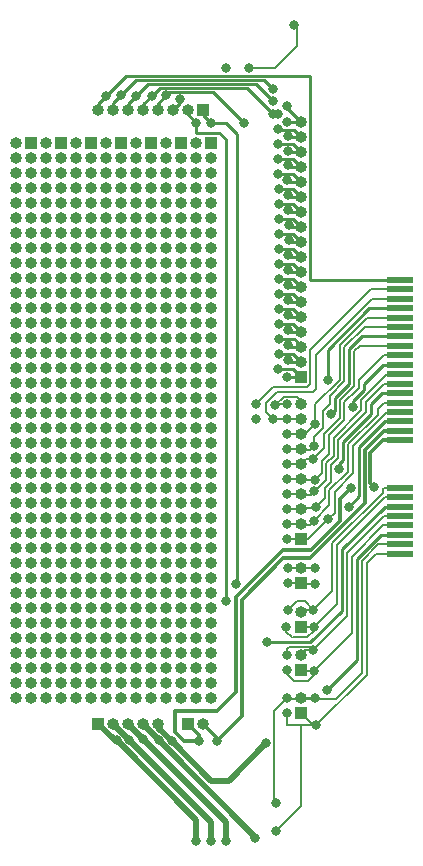
<source format=gtl>
%TF.GenerationSoftware,KiCad,Pcbnew,8.0.4*%
%TF.CreationDate,2025-01-28T00:25:02+01:00*%
%TF.ProjectId,uconsole-expansion-card-template,75636f6e-736f-46c6-952d-657870616e73,0.1*%
%TF.SameCoordinates,Original*%
%TF.FileFunction,Copper,L1,Top*%
%TF.FilePolarity,Positive*%
%FSLAX46Y46*%
G04 Gerber Fmt 4.6, Leading zero omitted, Abs format (unit mm)*
G04 Created by KiCad (PCBNEW 8.0.4) date 2025-01-28 00:25:02*
%MOMM*%
%LPD*%
G01*
G04 APERTURE LIST*
%TA.AperFunction,ComponentPad*%
%ADD10R,1.000000X1.000000*%
%TD*%
%TA.AperFunction,ComponentPad*%
%ADD11O,1.000000X1.000000*%
%TD*%
%TA.AperFunction,ConnectorPad*%
%ADD12R,2.300000X0.600000*%
%TD*%
%TA.AperFunction,ViaPad*%
%ADD13C,0.800000*%
%TD*%
%TA.AperFunction,Conductor*%
%ADD14C,0.200000*%
%TD*%
%TA.AperFunction,Conductor*%
%ADD15C,0.300000*%
%TD*%
%TA.AperFunction,Conductor*%
%ADD16C,0.250000*%
%TD*%
%TA.AperFunction,Conductor*%
%ADD17C,0.500000*%
%TD*%
G04 APERTURE END LIST*
D10*
%TO.P,GROUND1,1,Pin_1*%
%TO.N,GND*%
X99827200Y-74207000D03*
D11*
%TO.P,GROUND1,2,Pin_2*%
X98557200Y-74207000D03*
%TO.P,GROUND1,3,Pin_3*%
X97287200Y-74207000D03*
%TO.P,GROUND1,4,Pin_4*%
X96017200Y-74207000D03*
%TO.P,GROUND1,5,Pin_5*%
X94747200Y-74207000D03*
%TO.P,GROUND1,6,Pin_6*%
X93477200Y-74207000D03*
%TO.P,GROUND1,7,Pin_7*%
X92207200Y-74207000D03*
%TO.P,GROUND1,8,Pin_8*%
X90937200Y-74207000D03*
%TD*%
D10*
%TO.P,5V1,1,Pin_1*%
%TO.N,+5V*%
X90957600Y-126212800D03*
D11*
%TO.P,5V1,2,Pin_2*%
X92227600Y-126212800D03*
%TO.P,5V1,3,Pin_3*%
X93497600Y-126212800D03*
%TO.P,5V1,4,Pin_4*%
X94767600Y-126212800D03*
%TO.P,5V1,5,Pin_5*%
X96037600Y-126212800D03*
%TD*%
D10*
%TO.P,3V1,1,Pin_1*%
%TO.N,+3V3*%
X98577600Y-126212800D03*
D11*
%TO.P,3V1,2,Pin_2*%
X99847600Y-126212800D03*
%TD*%
D10*
%TO.P,CAM1,1,Pin_1*%
%TO.N,/CAM1_DP3*%
X108077200Y-110566400D03*
D11*
%TO.P,CAM1,2,Pin_2*%
%TO.N,/CAM1_DN3*%
X108077200Y-109296400D03*
%TO.P,CAM1,3,Pin_3*%
%TO.N,/CAM1_DP2*%
X108077200Y-108026400D03*
%TO.P,CAM1,4,Pin_4*%
%TO.N,/CAM1_DN2*%
X108077200Y-106756400D03*
%TO.P,CAM1,5,Pin_5*%
%TO.N,/CAM1_CP*%
X108077200Y-105486400D03*
%TO.P,CAM1,6,Pin_6*%
%TO.N,/CAM1_CN*%
X108077200Y-104216400D03*
%TO.P,CAM1,7,Pin_7*%
%TO.N,/CAM1_DP1*%
X108077200Y-102946400D03*
%TO.P,CAM1,8,Pin_8*%
%TO.N,/CAM1_DN1*%
X108077200Y-101676400D03*
%TO.P,CAM1,9,Pin_9*%
%TO.N,/CAM1_DP0*%
X108077200Y-100406400D03*
%TO.P,CAM1,10,Pin_10*%
%TO.N,/CAM1_DN0*%
X108077200Y-99136400D03*
%TD*%
D10*
%TO.P,GPIO1,1,Pin_1*%
%TO.N,/GPIO28*%
X108077200Y-96774200D03*
D11*
%TO.P,GPIO1,2,Pin_2*%
%TO.N,/GPIO29*%
X108077200Y-95504200D03*
%TO.P,GPIO1,3,Pin_3*%
%TO.N,/GPIO30*%
X108077200Y-94234200D03*
%TO.P,GPIO1,4,Pin_4*%
%TO.N,/GPIO31*%
X108077200Y-92964200D03*
%TO.P,GPIO1,5,Pin_5*%
%TO.N,/GPIO32*%
X108077200Y-91694200D03*
%TO.P,GPIO1,6,Pin_6*%
%TO.N,/GPIO33*%
X108077200Y-90424200D03*
%TO.P,GPIO1,7,Pin_7*%
%TO.N,/GPIO34*%
X108077200Y-89154200D03*
%TO.P,GPIO1,8,Pin_8*%
%TO.N,/GPIO35*%
X108077200Y-87884200D03*
%TO.P,GPIO1,9,Pin_9*%
%TO.N,/GPIO36*%
X108077200Y-86614200D03*
%TO.P,GPIO1,10,Pin_10*%
%TO.N,/GPIO37*%
X108077200Y-85344200D03*
%TO.P,GPIO1,11,Pin_11*%
%TO.N,/GPIO38*%
X108077200Y-84074200D03*
%TO.P,GPIO1,12,Pin_12*%
%TO.N,/GPIO39*%
X108077200Y-82804200D03*
%TO.P,GPIO1,13,Pin_13*%
%TO.N,/GPIO40*%
X108077200Y-81534200D03*
%TO.P,GPIO1,14,Pin_14*%
%TO.N,/GPIO41*%
X108077200Y-80264200D03*
%TO.P,GPIO1,15,Pin_15*%
%TO.N,/GPIO42*%
X108077200Y-78994200D03*
%TO.P,GPIO1,16,Pin_16*%
%TO.N,/GPIO43*%
X108077200Y-77724200D03*
%TO.P,GPIO1,17,Pin_17*%
%TO.N,/GPIO44*%
X108077200Y-76454200D03*
%TO.P,GPIO1,18,Pin_18*%
%TO.N,/GPIO45*%
X108077200Y-75184200D03*
%TD*%
D10*
%TO.P,SPK_L1,1,Pin_1*%
%TO.N,/SPEAKER_LP*%
X108089200Y-125288000D03*
D11*
%TO.P,SPK_L1,2,Pin_2*%
%TO.N,/SPEAKER_LN*%
X108089200Y-124018000D03*
%TD*%
D12*
%TO.P,U1,51,GND*%
%TO.N,GND*%
X116485000Y-88580000D03*
%TO.P,U1,49,CAM1_DN0*%
%TO.N,/CAM1_DN0*%
X116485000Y-89380000D03*
%TO.P,U1,47,CAM1_DP0*%
%TO.N,/CAM1_DP0*%
X116485000Y-90180000D03*
%TO.P,U1,45,GND*%
%TO.N,GND*%
X116485000Y-90980000D03*
%TO.P,U1,43,CAM1_DN1*%
%TO.N,/CAM1_DN1*%
X116485000Y-91780000D03*
%TO.P,U1,41,CAM1_DP1*%
%TO.N,/CAM1_DP1*%
X116485000Y-92580000D03*
%TO.P,U1,39,GND*%
%TO.N,GND*%
X116485000Y-93380000D03*
%TO.P,U1,37,CAM1_CN*%
%TO.N,/CAM1_CN*%
X116485000Y-94180000D03*
%TO.P,U1,35,CAM1_CP*%
%TO.N,/CAM1_CP*%
X116485000Y-94980000D03*
%TO.P,U1,33,GND*%
%TO.N,GND*%
X116485000Y-95780000D03*
%TO.P,U1,31,CAM1_DN2*%
%TO.N,/CAM1_DN2*%
X116485000Y-96580000D03*
%TO.P,U1,29,CAM1_DP2*%
%TO.N,/CAM1_DP2*%
X116485000Y-97380000D03*
%TO.P,U1,27,GND*%
%TO.N,GND*%
X116485000Y-98180000D03*
%TO.P,U1,25,CAM1_DN3*%
%TO.N,/CAM1_DN3*%
X116485000Y-98980000D03*
%TO.P,U1,23,CAM1_DP3*%
%TO.N,/CAM1_DP3*%
X116485000Y-99780000D03*
%TO.P,U1,21,GND*%
%TO.N,GND*%
X116485000Y-100580000D03*
%TO.P,U1,19,3V3*%
%TO.N,+3V3*%
X116485000Y-101380000D03*
%TO.P,U1,17,3V3*%
X116485000Y-102180000D03*
%TO.P,U1,15,USB4_DM*%
%TO.N,/USB4_D-*%
X116485000Y-106180000D03*
%TO.P,U1,13,USB4_DP*%
%TO.N,/USB4_D+*%
X116485000Y-106980000D03*
%TO.P,U1,11,GND*%
%TO.N,GND*%
X116485000Y-107780000D03*
%TO.P,U1,9,USB3_DM*%
%TO.N,/USB3_D-*%
X116485000Y-108580000D03*
%TO.P,U1,7,USB3_DP*%
%TO.N,/USB3_D+*%
X116485000Y-109380000D03*
%TO.P,U1,5,GND*%
%TO.N,GND*%
X116485000Y-110180000D03*
%TO.P,U1,3,SPK_LN*%
%TO.N,/SPEAKER_LN*%
X116485000Y-110980000D03*
%TO.P,U1,1,SPK_LP*%
%TO.N,/SPEAKER_LP*%
X116485000Y-111780000D03*
%TD*%
D10*
%TO.P,SPK_R1,1,Pin_1*%
%TO.N,/SPEAKER_RP*%
X108089200Y-114289800D03*
D11*
%TO.P,SPK_R1,2,Pin_2*%
%TO.N,/SPEAKER_RN*%
X108089200Y-113019800D03*
%TD*%
D10*
%TO.P,USB4,1,Pin_1*%
%TO.N,/USB4_D+*%
X108089200Y-117947400D03*
D11*
%TO.P,USB4,2,Pin_2*%
%TO.N,/USB4_D-*%
X108089200Y-116677400D03*
%TD*%
D10*
%TO.P,13,1*%
%TO.N,N/C*%
X100482600Y-76962200D03*
D11*
%TO.P,13,2*%
X99212600Y-76962200D03*
%TO.P,13,3*%
X100482600Y-78232200D03*
%TO.P,13,4*%
X99212600Y-78232200D03*
%TO.P,13,5*%
X100482600Y-79502200D03*
%TO.P,13,6*%
X99212600Y-79502200D03*
%TO.P,13,7*%
X100482600Y-80772200D03*
%TO.P,13,8*%
X99212600Y-80772200D03*
%TO.P,13,9*%
X100482600Y-82042200D03*
%TO.P,13,10*%
X99212600Y-82042200D03*
%TO.P,13,11*%
X100482600Y-83312200D03*
%TO.P,13,12*%
X99212600Y-83312200D03*
%TO.P,13,13*%
X100482600Y-84582200D03*
%TO.P,13,14*%
X99212600Y-84582200D03*
%TO.P,13,15*%
X100482600Y-85852200D03*
%TO.P,13,16*%
X99212600Y-85852200D03*
%TO.P,13,17*%
X100482600Y-87122200D03*
%TO.P,13,18*%
X99212600Y-87122200D03*
%TO.P,13,19*%
X100482600Y-88392200D03*
%TO.P,13,20*%
X99212600Y-88392200D03*
%TO.P,13,21*%
X100482600Y-89662200D03*
%TO.P,13,22*%
X99212600Y-89662200D03*
%TO.P,13,23*%
X100482600Y-90932200D03*
%TO.P,13,24*%
X99212600Y-90932200D03*
%TO.P,13,25*%
X100482600Y-92202200D03*
%TO.P,13,26*%
X99212600Y-92202200D03*
%TO.P,13,27*%
X100482600Y-93472200D03*
%TO.P,13,28*%
X99212600Y-93472200D03*
%TO.P,13,29*%
X100482600Y-94742200D03*
%TO.P,13,30*%
X99212600Y-94742200D03*
%TO.P,13,31*%
X100482600Y-96012200D03*
%TO.P,13,32*%
X99212600Y-96012200D03*
%TO.P,13,33*%
X100482600Y-97282200D03*
%TO.P,13,34*%
X99212600Y-97282200D03*
%TO.P,13,35*%
X100482600Y-98552200D03*
%TO.P,13,36*%
X99212600Y-98552200D03*
%TO.P,13,37*%
X100482600Y-99822200D03*
%TO.P,13,38*%
X99212600Y-99822200D03*
%TO.P,13,39*%
X100482600Y-101092200D03*
%TO.P,13,40*%
X99212600Y-101092200D03*
%TO.P,13,41*%
X100482600Y-102362200D03*
%TO.P,13,42*%
X99212600Y-102362200D03*
%TO.P,13,43*%
X100482600Y-103632200D03*
%TO.P,13,44*%
X99212600Y-103632200D03*
%TO.P,13,45*%
X100482600Y-104902200D03*
%TO.P,13,46*%
X99212600Y-104902200D03*
%TO.P,13,47*%
X100482600Y-106172200D03*
%TO.P,13,48*%
X99212600Y-106172200D03*
%TO.P,13,49*%
X100482600Y-107442200D03*
%TO.P,13,50*%
X99212600Y-107442200D03*
%TO.P,13,51*%
X100482600Y-108712200D03*
%TO.P,13,52*%
X99212600Y-108712200D03*
%TO.P,13,53*%
X100482600Y-109982200D03*
%TO.P,13,54*%
X99212600Y-109982200D03*
%TO.P,13,55*%
X100482600Y-111252200D03*
%TO.P,13,56*%
X99212600Y-111252200D03*
%TO.P,13,57*%
X100482600Y-112522200D03*
%TO.P,13,58*%
X99212600Y-112522200D03*
%TO.P,13,59*%
X100482600Y-113792200D03*
%TO.P,13,60*%
X99212600Y-113792200D03*
%TO.P,13,61*%
X100482600Y-115062200D03*
%TO.P,13,62*%
X99212600Y-115062200D03*
%TO.P,13,63*%
X100482600Y-116332200D03*
%TO.P,13,64*%
X99212600Y-116332200D03*
%TO.P,13,65*%
X100482600Y-117602200D03*
%TO.P,13,66*%
X99212600Y-117602200D03*
%TO.P,13,67*%
X100482600Y-118872200D03*
%TO.P,13,68*%
X99212600Y-118872200D03*
%TO.P,13,69*%
X100482600Y-120142200D03*
%TO.P,13,70*%
X99212600Y-120142200D03*
%TO.P,13,71*%
X100482600Y-121412200D03*
%TO.P,13,72*%
X99212600Y-121412200D03*
%TO.P,13,73*%
X100482600Y-122682200D03*
%TO.P,13,74*%
X99212600Y-122682200D03*
%TO.P,13,75*%
X100482600Y-123952200D03*
%TO.P,13,76*%
X99212600Y-123952200D03*
%TD*%
D10*
%TO.P,7,1*%
%TO.N,N/C*%
X92862600Y-76977200D03*
D11*
%TO.P,7,2*%
X91592600Y-76977200D03*
%TO.P,7,3*%
X92862600Y-78247200D03*
%TO.P,7,4*%
X91592600Y-78247200D03*
%TO.P,7,5*%
X92862600Y-79517200D03*
%TO.P,7,6*%
X91592600Y-79517200D03*
%TO.P,7,7*%
X92862600Y-80787200D03*
%TO.P,7,8*%
X91592600Y-80787200D03*
%TO.P,7,9*%
X92862600Y-82057200D03*
%TO.P,7,10*%
X91592600Y-82057200D03*
%TO.P,7,11*%
X92862600Y-83327200D03*
%TO.P,7,12*%
X91592600Y-83327200D03*
%TO.P,7,13*%
X92862600Y-84597200D03*
%TO.P,7,14*%
X91592600Y-84597200D03*
%TO.P,7,15*%
X92862600Y-85867200D03*
%TO.P,7,16*%
X91592600Y-85867200D03*
%TO.P,7,17*%
X92862600Y-87137200D03*
%TO.P,7,18*%
X91592600Y-87137200D03*
%TO.P,7,19*%
X92862600Y-88407200D03*
%TO.P,7,20*%
X91592600Y-88407200D03*
%TO.P,7,21*%
X92862600Y-89677200D03*
%TO.P,7,22*%
X91592600Y-89677200D03*
%TO.P,7,23*%
X92862600Y-90947200D03*
%TO.P,7,24*%
X91592600Y-90947200D03*
%TO.P,7,25*%
X92862600Y-92217200D03*
%TO.P,7,26*%
X91592600Y-92217200D03*
%TO.P,7,27*%
X92862600Y-93487200D03*
%TO.P,7,28*%
X91592600Y-93487200D03*
%TO.P,7,29*%
X92862600Y-94757200D03*
%TO.P,7,30*%
X91592600Y-94757200D03*
%TO.P,7,31*%
X92862600Y-96027200D03*
%TO.P,7,32*%
X91592600Y-96027200D03*
%TO.P,7,33*%
X92862600Y-97297200D03*
%TO.P,7,34*%
X91592600Y-97297200D03*
%TO.P,7,35*%
X92862600Y-98567200D03*
%TO.P,7,36*%
X91592600Y-98567200D03*
%TO.P,7,37*%
X92862600Y-99837200D03*
%TO.P,7,38*%
X91592600Y-99837200D03*
%TO.P,7,39*%
X92862600Y-101107200D03*
%TO.P,7,40*%
X91592600Y-101107200D03*
%TO.P,7,41*%
X92862600Y-102377200D03*
%TO.P,7,42*%
X91592600Y-102377200D03*
%TO.P,7,43*%
X92862600Y-103647200D03*
%TO.P,7,44*%
X91592600Y-103647200D03*
%TO.P,7,45*%
X92862600Y-104917200D03*
%TO.P,7,46*%
X91592600Y-104917200D03*
%TO.P,7,47*%
X92862600Y-106187200D03*
%TO.P,7,48*%
X91592600Y-106187200D03*
%TO.P,7,49*%
X92862600Y-107457200D03*
%TO.P,7,50*%
X91592600Y-107457200D03*
%TO.P,7,51*%
X92862600Y-108727200D03*
%TO.P,7,52*%
X91592600Y-108727200D03*
%TO.P,7,53*%
X92862600Y-109997200D03*
%TO.P,7,54*%
X91592600Y-109997200D03*
%TO.P,7,55*%
X92862600Y-111267200D03*
%TO.P,7,56*%
X91592600Y-111267200D03*
%TO.P,7,57*%
X92862600Y-112537200D03*
%TO.P,7,58*%
X91592600Y-112537200D03*
%TO.P,7,59*%
X92862600Y-113807200D03*
%TO.P,7,60*%
X91592600Y-113807200D03*
%TO.P,7,61*%
X92862600Y-115077200D03*
%TO.P,7,62*%
X91592600Y-115077200D03*
%TO.P,7,63*%
X92862600Y-116347200D03*
%TO.P,7,64*%
X91592600Y-116347200D03*
%TO.P,7,65*%
X92862600Y-117617200D03*
%TO.P,7,66*%
X91592600Y-117617200D03*
%TO.P,7,67*%
X92862600Y-118887200D03*
%TO.P,7,68*%
X91592600Y-118887200D03*
%TO.P,7,69*%
X92862600Y-120157200D03*
%TO.P,7,70*%
X91592600Y-120157200D03*
%TO.P,7,71*%
X92862600Y-121427200D03*
%TO.P,7,72*%
X91592600Y-121427200D03*
%TO.P,7,73*%
X92862600Y-122697200D03*
%TO.P,7,74*%
X91592600Y-122697200D03*
%TO.P,7,75*%
X92862600Y-123967200D03*
%TO.P,7,76*%
X91592600Y-123967200D03*
%TD*%
D10*
%TO.P,3,1*%
%TO.N,N/C*%
X87782600Y-76962200D03*
D11*
%TO.P,3,2*%
X86512600Y-76962200D03*
%TO.P,3,3*%
X87782600Y-78232200D03*
%TO.P,3,4*%
X86512600Y-78232200D03*
%TO.P,3,5*%
X87782600Y-79502200D03*
%TO.P,3,6*%
X86512600Y-79502200D03*
%TO.P,3,7*%
X87782600Y-80772200D03*
%TO.P,3,8*%
X86512600Y-80772200D03*
%TO.P,3,9*%
X87782600Y-82042200D03*
%TO.P,3,10*%
X86512600Y-82042200D03*
%TO.P,3,11*%
X87782600Y-83312200D03*
%TO.P,3,12*%
X86512600Y-83312200D03*
%TO.P,3,13*%
X87782600Y-84582200D03*
%TO.P,3,14*%
X86512600Y-84582200D03*
%TO.P,3,15*%
X87782600Y-85852200D03*
%TO.P,3,16*%
X86512600Y-85852200D03*
%TO.P,3,17*%
X87782600Y-87122200D03*
%TO.P,3,18*%
X86512600Y-87122200D03*
%TO.P,3,19*%
X87782600Y-88392200D03*
%TO.P,3,20*%
X86512600Y-88392200D03*
%TO.P,3,21*%
X87782600Y-89662200D03*
%TO.P,3,22*%
X86512600Y-89662200D03*
%TO.P,3,23*%
X87782600Y-90932200D03*
%TO.P,3,24*%
X86512600Y-90932200D03*
%TO.P,3,25*%
X87782600Y-92202200D03*
%TO.P,3,26*%
X86512600Y-92202200D03*
%TO.P,3,27*%
X87782600Y-93472200D03*
%TO.P,3,28*%
X86512600Y-93472200D03*
%TO.P,3,29*%
X87782600Y-94742200D03*
%TO.P,3,30*%
X86512600Y-94742200D03*
%TO.P,3,31*%
X87782600Y-96012200D03*
%TO.P,3,32*%
X86512600Y-96012200D03*
%TO.P,3,33*%
X87782600Y-97282200D03*
%TO.P,3,34*%
X86512600Y-97282200D03*
%TO.P,3,35*%
X87782600Y-98552200D03*
%TO.P,3,36*%
X86512600Y-98552200D03*
%TO.P,3,37*%
X87782600Y-99822200D03*
%TO.P,3,38*%
X86512600Y-99822200D03*
%TO.P,3,39*%
X87782600Y-101092200D03*
%TO.P,3,40*%
X86512600Y-101092200D03*
%TO.P,3,41*%
X87782600Y-102362200D03*
%TO.P,3,42*%
X86512600Y-102362200D03*
%TO.P,3,43*%
X87782600Y-103632200D03*
%TO.P,3,44*%
X86512600Y-103632200D03*
%TO.P,3,45*%
X87782600Y-104902200D03*
%TO.P,3,46*%
X86512600Y-104902200D03*
%TO.P,3,47*%
X87782600Y-106172200D03*
%TO.P,3,48*%
X86512600Y-106172200D03*
%TO.P,3,49*%
X87782600Y-107442200D03*
%TO.P,3,50*%
X86512600Y-107442200D03*
%TO.P,3,51*%
X87782600Y-108712200D03*
%TO.P,3,52*%
X86512600Y-108712200D03*
%TO.P,3,53*%
X87782600Y-109982200D03*
%TO.P,3,54*%
X86512600Y-109982200D03*
%TO.P,3,55*%
X87782600Y-111252200D03*
%TO.P,3,56*%
X86512600Y-111252200D03*
%TO.P,3,57*%
X87782600Y-112522200D03*
%TO.P,3,58*%
X86512600Y-112522200D03*
%TO.P,3,59*%
X87782600Y-113792200D03*
%TO.P,3,60*%
X86512600Y-113792200D03*
%TO.P,3,61*%
X87782600Y-115062200D03*
%TO.P,3,62*%
X86512600Y-115062200D03*
%TO.P,3,63*%
X87782600Y-116332200D03*
%TO.P,3,64*%
X86512600Y-116332200D03*
%TO.P,3,65*%
X87782600Y-117602200D03*
%TO.P,3,66*%
X86512600Y-117602200D03*
%TO.P,3,67*%
X87782600Y-118872200D03*
%TO.P,3,68*%
X86512600Y-118872200D03*
%TO.P,3,69*%
X87782600Y-120142200D03*
%TO.P,3,70*%
X86512600Y-120142200D03*
%TO.P,3,71*%
X87782600Y-121412200D03*
%TO.P,3,72*%
X86512600Y-121412200D03*
%TO.P,3,73*%
X87782600Y-122682200D03*
%TO.P,3,74*%
X86512600Y-122682200D03*
%TO.P,3,75*%
X87782600Y-123952200D03*
%TO.P,3,76*%
X86512600Y-123952200D03*
%TD*%
D10*
%TO.P,1,1*%
%TO.N,N/C*%
X85252600Y-76977200D03*
D11*
%TO.P,1,2*%
X83982600Y-76977200D03*
%TO.P,1,3*%
X85252600Y-78247200D03*
%TO.P,1,4*%
X83982600Y-78247200D03*
%TO.P,1,5*%
X85252600Y-79517200D03*
%TO.P,1,6*%
X83982600Y-79517200D03*
%TO.P,1,7*%
X85252600Y-80787200D03*
%TO.P,1,8*%
X83982600Y-80787200D03*
%TO.P,1,9*%
X85252600Y-82057200D03*
%TO.P,1,10*%
X83982600Y-82057200D03*
%TO.P,1,11*%
X85252600Y-83327200D03*
%TO.P,1,12*%
X83982600Y-83327200D03*
%TO.P,1,13*%
X85252600Y-84597200D03*
%TO.P,1,14*%
X83982600Y-84597200D03*
%TO.P,1,15*%
X85252600Y-85867200D03*
%TO.P,1,16*%
X83982600Y-85867200D03*
%TO.P,1,17*%
X85252600Y-87137200D03*
%TO.P,1,18*%
X83982600Y-87137200D03*
%TO.P,1,19*%
X85252600Y-88407200D03*
%TO.P,1,20*%
X83982600Y-88407200D03*
%TO.P,1,21*%
X85252600Y-89677200D03*
%TO.P,1,22*%
X83982600Y-89677200D03*
%TO.P,1,23*%
X85252600Y-90947200D03*
%TO.P,1,24*%
X83982600Y-90947200D03*
%TO.P,1,25*%
X85252600Y-92217200D03*
%TO.P,1,26*%
X83982600Y-92217200D03*
%TO.P,1,27*%
X85252600Y-93487200D03*
%TO.P,1,28*%
X83982600Y-93487200D03*
%TO.P,1,29*%
X85252600Y-94757200D03*
%TO.P,1,30*%
X83982600Y-94757200D03*
%TO.P,1,31*%
X85252600Y-96027200D03*
%TO.P,1,32*%
X83982600Y-96027200D03*
%TO.P,1,33*%
X85252600Y-97297200D03*
%TO.P,1,34*%
X83982600Y-97297200D03*
%TO.P,1,35*%
X85252600Y-98567200D03*
%TO.P,1,36*%
X83982600Y-98567200D03*
%TO.P,1,37*%
X85252600Y-99837200D03*
%TO.P,1,38*%
X83982600Y-99837200D03*
%TO.P,1,39*%
X85252600Y-101107200D03*
%TO.P,1,40*%
X83982600Y-101107200D03*
%TO.P,1,41*%
X85252600Y-102377200D03*
%TO.P,1,42*%
X83982600Y-102377200D03*
%TO.P,1,43*%
X85252600Y-103647200D03*
%TO.P,1,44*%
X83982600Y-103647200D03*
%TO.P,1,45*%
X85252600Y-104917200D03*
%TO.P,1,46*%
X83982600Y-104917200D03*
%TO.P,1,47*%
X85252600Y-106187200D03*
%TO.P,1,48*%
X83982600Y-106187200D03*
%TO.P,1,49*%
X85252600Y-107457200D03*
%TO.P,1,50*%
X83982600Y-107457200D03*
%TO.P,1,51*%
X85252600Y-108727200D03*
%TO.P,1,52*%
X83982600Y-108727200D03*
%TO.P,1,53*%
X85252600Y-109997200D03*
%TO.P,1,54*%
X83982600Y-109997200D03*
%TO.P,1,55*%
X85252600Y-111267200D03*
%TO.P,1,56*%
X83982600Y-111267200D03*
%TO.P,1,57*%
X85252600Y-112537200D03*
%TO.P,1,58*%
X83982600Y-112537200D03*
%TO.P,1,59*%
X85252600Y-113807200D03*
%TO.P,1,60*%
X83982600Y-113807200D03*
%TO.P,1,61*%
X85252600Y-115077200D03*
%TO.P,1,62*%
X83982600Y-115077200D03*
%TO.P,1,63*%
X85252600Y-116347200D03*
%TO.P,1,64*%
X83982600Y-116347200D03*
%TO.P,1,65*%
X85252600Y-117617200D03*
%TO.P,1,66*%
X83982600Y-117617200D03*
%TO.P,1,67*%
X85252600Y-118887200D03*
%TO.P,1,68*%
X83982600Y-118887200D03*
%TO.P,1,69*%
X85252600Y-120157200D03*
%TO.P,1,70*%
X83982600Y-120157200D03*
%TO.P,1,71*%
X85252600Y-121427200D03*
%TO.P,1,72*%
X83982600Y-121427200D03*
%TO.P,1,73*%
X85252600Y-122697200D03*
%TO.P,1,74*%
X83982600Y-122697200D03*
%TO.P,1,75*%
X85252600Y-123967200D03*
%TO.P,1,76*%
X83982600Y-123967200D03*
%TD*%
D10*
%TO.P,5,1*%
%TO.N,N/C*%
X90322600Y-76962200D03*
D11*
%TO.P,5,2*%
X89052600Y-76962200D03*
%TO.P,5,3*%
X90322600Y-78232200D03*
%TO.P,5,4*%
X89052600Y-78232200D03*
%TO.P,5,5*%
X90322600Y-79502200D03*
%TO.P,5,6*%
X89052600Y-79502200D03*
%TO.P,5,7*%
X90322600Y-80772200D03*
%TO.P,5,8*%
X89052600Y-80772200D03*
%TO.P,5,9*%
X90322600Y-82042200D03*
%TO.P,5,10*%
X89052600Y-82042200D03*
%TO.P,5,11*%
X90322600Y-83312200D03*
%TO.P,5,12*%
X89052600Y-83312200D03*
%TO.P,5,13*%
X90322600Y-84582200D03*
%TO.P,5,14*%
X89052600Y-84582200D03*
%TO.P,5,15*%
X90322600Y-85852200D03*
%TO.P,5,16*%
X89052600Y-85852200D03*
%TO.P,5,17*%
X90322600Y-87122200D03*
%TO.P,5,18*%
X89052600Y-87122200D03*
%TO.P,5,19*%
X90322600Y-88392200D03*
%TO.P,5,20*%
X89052600Y-88392200D03*
%TO.P,5,21*%
X90322600Y-89662200D03*
%TO.P,5,22*%
X89052600Y-89662200D03*
%TO.P,5,23*%
X90322600Y-90932200D03*
%TO.P,5,24*%
X89052600Y-90932200D03*
%TO.P,5,25*%
X90322600Y-92202200D03*
%TO.P,5,26*%
X89052600Y-92202200D03*
%TO.P,5,27*%
X90322600Y-93472200D03*
%TO.P,5,28*%
X89052600Y-93472200D03*
%TO.P,5,29*%
X90322600Y-94742200D03*
%TO.P,5,30*%
X89052600Y-94742200D03*
%TO.P,5,31*%
X90322600Y-96012200D03*
%TO.P,5,32*%
X89052600Y-96012200D03*
%TO.P,5,33*%
X90322600Y-97282200D03*
%TO.P,5,34*%
X89052600Y-97282200D03*
%TO.P,5,35*%
X90322600Y-98552200D03*
%TO.P,5,36*%
X89052600Y-98552200D03*
%TO.P,5,37*%
X90322600Y-99822200D03*
%TO.P,5,38*%
X89052600Y-99822200D03*
%TO.P,5,39*%
X90322600Y-101092200D03*
%TO.P,5,40*%
X89052600Y-101092200D03*
%TO.P,5,41*%
X90322600Y-102362200D03*
%TO.P,5,42*%
X89052600Y-102362200D03*
%TO.P,5,43*%
X90322600Y-103632200D03*
%TO.P,5,44*%
X89052600Y-103632200D03*
%TO.P,5,45*%
X90322600Y-104902200D03*
%TO.P,5,46*%
X89052600Y-104902200D03*
%TO.P,5,47*%
X90322600Y-106172200D03*
%TO.P,5,48*%
X89052600Y-106172200D03*
%TO.P,5,49*%
X90322600Y-107442200D03*
%TO.P,5,50*%
X89052600Y-107442200D03*
%TO.P,5,51*%
X90322600Y-108712200D03*
%TO.P,5,52*%
X89052600Y-108712200D03*
%TO.P,5,53*%
X90322600Y-109982200D03*
%TO.P,5,54*%
X89052600Y-109982200D03*
%TO.P,5,55*%
X90322600Y-111252200D03*
%TO.P,5,56*%
X89052600Y-111252200D03*
%TO.P,5,57*%
X90322600Y-112522200D03*
%TO.P,5,58*%
X89052600Y-112522200D03*
%TO.P,5,59*%
X90322600Y-113792200D03*
%TO.P,5,60*%
X89052600Y-113792200D03*
%TO.P,5,61*%
X90322600Y-115062200D03*
%TO.P,5,62*%
X89052600Y-115062200D03*
%TO.P,5,63*%
X90322600Y-116332200D03*
%TO.P,5,64*%
X89052600Y-116332200D03*
%TO.P,5,65*%
X90322600Y-117602200D03*
%TO.P,5,66*%
X89052600Y-117602200D03*
%TO.P,5,67*%
X90322600Y-118872200D03*
%TO.P,5,68*%
X89052600Y-118872200D03*
%TO.P,5,69*%
X90322600Y-120142200D03*
%TO.P,5,70*%
X89052600Y-120142200D03*
%TO.P,5,71*%
X90322600Y-121412200D03*
%TO.P,5,72*%
X89052600Y-121412200D03*
%TO.P,5,73*%
X90322600Y-122682200D03*
%TO.P,5,74*%
X89052600Y-122682200D03*
%TO.P,5,75*%
X90322600Y-123952200D03*
%TO.P,5,76*%
X89052600Y-123952200D03*
%TD*%
D10*
%TO.P,11,1*%
%TO.N,N/C*%
X97942600Y-76962200D03*
D11*
%TO.P,11,2*%
X96672600Y-76962200D03*
%TO.P,11,3*%
X97942600Y-78232200D03*
%TO.P,11,4*%
X96672600Y-78232200D03*
%TO.P,11,5*%
X97942600Y-79502200D03*
%TO.P,11,6*%
X96672600Y-79502200D03*
%TO.P,11,7*%
X97942600Y-80772200D03*
%TO.P,11,8*%
X96672600Y-80772200D03*
%TO.P,11,9*%
X97942600Y-82042200D03*
%TO.P,11,10*%
X96672600Y-82042200D03*
%TO.P,11,11*%
X97942600Y-83312200D03*
%TO.P,11,12*%
X96672600Y-83312200D03*
%TO.P,11,13*%
X97942600Y-84582200D03*
%TO.P,11,14*%
X96672600Y-84582200D03*
%TO.P,11,15*%
X97942600Y-85852200D03*
%TO.P,11,16*%
X96672600Y-85852200D03*
%TO.P,11,17*%
X97942600Y-87122200D03*
%TO.P,11,18*%
X96672600Y-87122200D03*
%TO.P,11,19*%
X97942600Y-88392200D03*
%TO.P,11,20*%
X96672600Y-88392200D03*
%TO.P,11,21*%
X97942600Y-89662200D03*
%TO.P,11,22*%
X96672600Y-89662200D03*
%TO.P,11,23*%
X97942600Y-90932200D03*
%TO.P,11,24*%
X96672600Y-90932200D03*
%TO.P,11,25*%
X97942600Y-92202200D03*
%TO.P,11,26*%
X96672600Y-92202200D03*
%TO.P,11,27*%
X97942600Y-93472200D03*
%TO.P,11,28*%
X96672600Y-93472200D03*
%TO.P,11,29*%
X97942600Y-94742200D03*
%TO.P,11,30*%
X96672600Y-94742200D03*
%TO.P,11,31*%
X97942600Y-96012200D03*
%TO.P,11,32*%
X96672600Y-96012200D03*
%TO.P,11,33*%
X97942600Y-97282200D03*
%TO.P,11,34*%
X96672600Y-97282200D03*
%TO.P,11,35*%
X97942600Y-98552200D03*
%TO.P,11,36*%
X96672600Y-98552200D03*
%TO.P,11,37*%
X97942600Y-99822200D03*
%TO.P,11,38*%
X96672600Y-99822200D03*
%TO.P,11,39*%
X97942600Y-101092200D03*
%TO.P,11,40*%
X96672600Y-101092200D03*
%TO.P,11,41*%
X97942600Y-102362200D03*
%TO.P,11,42*%
X96672600Y-102362200D03*
%TO.P,11,43*%
X97942600Y-103632200D03*
%TO.P,11,44*%
X96672600Y-103632200D03*
%TO.P,11,45*%
X97942600Y-104902200D03*
%TO.P,11,46*%
X96672600Y-104902200D03*
%TO.P,11,47*%
X97942600Y-106172200D03*
%TO.P,11,48*%
X96672600Y-106172200D03*
%TO.P,11,49*%
X97942600Y-107442200D03*
%TO.P,11,50*%
X96672600Y-107442200D03*
%TO.P,11,51*%
X97942600Y-108712200D03*
%TO.P,11,52*%
X96672600Y-108712200D03*
%TO.P,11,53*%
X97942600Y-109982200D03*
%TO.P,11,54*%
X96672600Y-109982200D03*
%TO.P,11,55*%
X97942600Y-111252200D03*
%TO.P,11,56*%
X96672600Y-111252200D03*
%TO.P,11,57*%
X97942600Y-112522200D03*
%TO.P,11,58*%
X96672600Y-112522200D03*
%TO.P,11,59*%
X97942600Y-113792200D03*
%TO.P,11,60*%
X96672600Y-113792200D03*
%TO.P,11,61*%
X97942600Y-115062200D03*
%TO.P,11,62*%
X96672600Y-115062200D03*
%TO.P,11,63*%
X97942600Y-116332200D03*
%TO.P,11,64*%
X96672600Y-116332200D03*
%TO.P,11,65*%
X97942600Y-117602200D03*
%TO.P,11,66*%
X96672600Y-117602200D03*
%TO.P,11,67*%
X97942600Y-118872200D03*
%TO.P,11,68*%
X96672600Y-118872200D03*
%TO.P,11,69*%
X97942600Y-120142200D03*
%TO.P,11,70*%
X96672600Y-120142200D03*
%TO.P,11,71*%
X97942600Y-121412200D03*
%TO.P,11,72*%
X96672600Y-121412200D03*
%TO.P,11,73*%
X97942600Y-122682200D03*
%TO.P,11,74*%
X96672600Y-122682200D03*
%TO.P,11,75*%
X97942600Y-123952200D03*
%TO.P,11,76*%
X96672600Y-123952200D03*
%TD*%
D10*
%TO.P,9,1*%
%TO.N,N/C*%
X95402600Y-76977200D03*
D11*
%TO.P,9,2*%
X94132600Y-76977200D03*
%TO.P,9,3*%
X95402600Y-78247200D03*
%TO.P,9,4*%
X94132600Y-78247200D03*
%TO.P,9,5*%
X95402600Y-79517200D03*
%TO.P,9,6*%
X94132600Y-79517200D03*
%TO.P,9,7*%
X95402600Y-80787200D03*
%TO.P,9,8*%
X94132600Y-80787200D03*
%TO.P,9,9*%
X95402600Y-82057200D03*
%TO.P,9,10*%
X94132600Y-82057200D03*
%TO.P,9,11*%
X95402600Y-83327200D03*
%TO.P,9,12*%
X94132600Y-83327200D03*
%TO.P,9,13*%
X95402600Y-84597200D03*
%TO.P,9,14*%
X94132600Y-84597200D03*
%TO.P,9,15*%
X95402600Y-85867200D03*
%TO.P,9,16*%
X94132600Y-85867200D03*
%TO.P,9,17*%
X95402600Y-87137200D03*
%TO.P,9,18*%
X94132600Y-87137200D03*
%TO.P,9,19*%
X95402600Y-88407200D03*
%TO.P,9,20*%
X94132600Y-88407200D03*
%TO.P,9,21*%
X95402600Y-89677200D03*
%TO.P,9,22*%
X94132600Y-89677200D03*
%TO.P,9,23*%
X95402600Y-90947200D03*
%TO.P,9,24*%
X94132600Y-90947200D03*
%TO.P,9,25*%
X95402600Y-92217200D03*
%TO.P,9,26*%
X94132600Y-92217200D03*
%TO.P,9,27*%
X95402600Y-93487200D03*
%TO.P,9,28*%
X94132600Y-93487200D03*
%TO.P,9,29*%
X95402600Y-94757200D03*
%TO.P,9,30*%
X94132600Y-94757200D03*
%TO.P,9,31*%
X95402600Y-96027200D03*
%TO.P,9,32*%
X94132600Y-96027200D03*
%TO.P,9,33*%
X95402600Y-97297200D03*
%TO.P,9,34*%
X94132600Y-97297200D03*
%TO.P,9,35*%
X95402600Y-98567200D03*
%TO.P,9,36*%
X94132600Y-98567200D03*
%TO.P,9,37*%
X95402600Y-99837200D03*
%TO.P,9,38*%
X94132600Y-99837200D03*
%TO.P,9,39*%
X95402600Y-101107200D03*
%TO.P,9,40*%
X94132600Y-101107200D03*
%TO.P,9,41*%
X95402600Y-102377200D03*
%TO.P,9,42*%
X94132600Y-102377200D03*
%TO.P,9,43*%
X95402600Y-103647200D03*
%TO.P,9,44*%
X94132600Y-103647200D03*
%TO.P,9,45*%
X95402600Y-104917200D03*
%TO.P,9,46*%
X94132600Y-104917200D03*
%TO.P,9,47*%
X95402600Y-106187200D03*
%TO.P,9,48*%
X94132600Y-106187200D03*
%TO.P,9,49*%
X95402600Y-107457200D03*
%TO.P,9,50*%
X94132600Y-107457200D03*
%TO.P,9,51*%
X95402600Y-108727200D03*
%TO.P,9,52*%
X94132600Y-108727200D03*
%TO.P,9,53*%
X95402600Y-109997200D03*
%TO.P,9,54*%
X94132600Y-109997200D03*
%TO.P,9,55*%
X95402600Y-111267200D03*
%TO.P,9,56*%
X94132600Y-111267200D03*
%TO.P,9,57*%
X95402600Y-112537200D03*
%TO.P,9,58*%
X94132600Y-112537200D03*
%TO.P,9,59*%
X95402600Y-113807200D03*
%TO.P,9,60*%
X94132600Y-113807200D03*
%TO.P,9,61*%
X95402600Y-115077200D03*
%TO.P,9,62*%
X94132600Y-115077200D03*
%TO.P,9,63*%
X95402600Y-116347200D03*
%TO.P,9,64*%
X94132600Y-116347200D03*
%TO.P,9,65*%
X95402600Y-117617200D03*
%TO.P,9,66*%
X94132600Y-117617200D03*
%TO.P,9,67*%
X95402600Y-118887200D03*
%TO.P,9,68*%
X94132600Y-118887200D03*
%TO.P,9,69*%
X95402600Y-120157200D03*
%TO.P,9,70*%
X94132600Y-120157200D03*
%TO.P,9,71*%
X95402600Y-121427200D03*
%TO.P,9,72*%
X94132600Y-121427200D03*
%TO.P,9,73*%
X95402600Y-122697200D03*
%TO.P,9,74*%
X94132600Y-122697200D03*
%TO.P,9,75*%
X95402600Y-123967200D03*
%TO.P,9,76*%
X94132600Y-123967200D03*
%TD*%
D10*
%TO.P,USB3,1,Pin_1*%
%TO.N,/USB3_D+*%
X108089200Y-121630400D03*
D11*
%TO.P,USB3,2,Pin_2*%
%TO.N,/USB3_D-*%
X108089200Y-120360400D03*
%TD*%
D13*
%TO.N,/GPIO45*%
X106963308Y-73906005D03*
%TO.N,/GPIO42*%
X106197602Y-78384600D03*
%TO.N,/GPIO38*%
X106273802Y-83439200D03*
%TO.N,/GPIO40*%
X106223002Y-80899200D03*
%TO.N,/GPIO39*%
X106248402Y-82169200D03*
%TO.N,GND*%
X106197602Y-74549200D03*
%TO.N,/GPIO44*%
X106197602Y-75844600D03*
%TO.N,/GPIO43*%
X106197602Y-77114600D03*
%TO.N,/GPIO28*%
X106197602Y-96139200D03*
%TO.N,/GPIO34*%
X106223004Y-88519200D03*
%TO.N,/GPIO36*%
X106212402Y-85979200D03*
%TO.N,/GPIO35*%
X106223004Y-87249200D03*
%TO.N,/GPIO37*%
X106273804Y-84709200D03*
%TO.N,/GPIO29*%
X106212402Y-94869200D03*
%TO.N,/GPIO41*%
X106172202Y-79629200D03*
%TO.N,/GPIO33*%
X106223002Y-89789200D03*
%TO.N,/GPIO32*%
X106223004Y-91059200D03*
%TO.N,/GPIO31*%
X106223000Y-92329200D03*
%TO.N,/GPIO30*%
X106223002Y-93599200D03*
%TO.N,/CAM1_DN0*%
X104289597Y-99111003D03*
%TO.N,/CAM1_DP0*%
X105740400Y-100406400D03*
%TO.N,/CAM1_DP3*%
X110409347Y-108859947D03*
%TO.N,/CAM1_DN0*%
X105910118Y-99201518D03*
%TO.N,/CAM1_DN1*%
X109275800Y-100787480D03*
%TO.N,/CAM1_DP1*%
X109219613Y-102642837D03*
%TO.N,/CAM1_CN*%
X109093200Y-103759200D03*
%TO.N,/USB4_D-*%
X109169396Y-116544423D03*
%TO.N,/USB4_D+*%
X109207500Y-117945100D03*
%TO.N,/SPEAKER_LP*%
X109390828Y-126302400D03*
%TO.N,/SPEAKER_LN*%
X109296400Y-124028400D03*
%TO.N,/USB3_D+*%
X109220200Y-121666200D03*
%TO.N,/USB3_D-*%
X109136325Y-119963762D03*
%TO.N,/CAM1_CP*%
X109297379Y-105495615D03*
%TO.N,/CAM1_DN2*%
X109236992Y-106493792D03*
%TO.N,/CAM1_DP2*%
X109373250Y-107849250D03*
%TO.N,/CAM1_DN3*%
X109182425Y-109030025D03*
%TO.N,/SPEAKER_RP*%
X109271000Y-114300200D03*
%TO.N,/SPEAKER_RN*%
X109296400Y-113004800D03*
%TO.N,GND*%
X112495652Y-99346362D03*
X104292600Y-100381002D03*
X111371365Y-104578365D03*
X97891800Y-73279200D03*
X95478800Y-72999800D03*
X96723400Y-72974398D03*
X99257278Y-75288145D03*
X100508000Y-75285800D03*
X102644669Y-114328669D03*
X101723637Y-115768081D03*
%TO.N,+3V3*%
X99492000Y-127660600D03*
X100990600Y-127609800D03*
%TO.N,+5V*%
X97161605Y-127635467D03*
X96089178Y-127534378D03*
X94771068Y-127486268D03*
X93548402Y-127508206D03*
X92507000Y-127584400D03*
%TO.N,/SPEAKER_LP*%
X106949190Y-125288000D03*
%TO.N,/SPEAKER_LN*%
X106908772Y-124003000D03*
%TO.N,/USB3_D+*%
X106959600Y-121640800D03*
%TO.N,/USB3_D-*%
X106959600Y-120345400D03*
%TO.N,/USB4_D+*%
X106883400Y-117957800D03*
%TO.N,/USB4_D-*%
X107015053Y-116556147D03*
%TO.N,/SPEAKER_RP*%
X106985000Y-114274800D03*
%TO.N,/SPEAKER_RN*%
X107010400Y-113004800D03*
%TO.N,+3V3*%
X112306409Y-106237008D03*
X114325600Y-106096000D03*
%TO.N,/CAM1_CN*%
X106934200Y-104216400D03*
%TO.N,/CAM1_DP1*%
X106934200Y-102921000D03*
%TO.N,/CAM1_DN1*%
X106908800Y-101676400D03*
%TO.N,/CAM1_DP0*%
X106934200Y-100406400D03*
%TO.N,/CAM1_DN0*%
X106934200Y-99136400D03*
%TO.N,/CAM1_CP*%
X106934204Y-105486400D03*
%TO.N,/CAM1_DN2*%
X106959600Y-106756400D03*
%TO.N,/CAM1_DP2*%
X106934198Y-108026400D03*
%TO.N,/CAM1_DN3*%
X106934200Y-109296400D03*
%TO.N,/CAM1_DP3*%
X106959602Y-110566400D03*
%TO.N,/GPIO28*%
X106959600Y-96774200D03*
%TO.N,/GPIO29*%
X107000378Y-95414200D03*
%TO.N,/GPIO41*%
X106961619Y-80174200D03*
%TO.N,/GPIO45*%
X106959600Y-75184200D03*
%TO.N,/GPIO44*%
X106996411Y-76389600D03*
%TO.N,/GPIO43*%
X106986114Y-77659600D03*
%TO.N,/GPIO42*%
X107002995Y-78904200D03*
%TO.N,/GPIO40*%
X107011986Y-81444200D03*
%TO.N,/GPIO39*%
X107010400Y-82714200D03*
%TO.N,/GPIO38*%
X107105854Y-83984200D03*
%TO.N,/GPIO37*%
X107061866Y-85254200D03*
%TO.N,/GPIO36*%
X107002753Y-86524200D03*
%TO.N,/GPIO35*%
X107010131Y-87794200D03*
%TO.N,/GPIO34*%
X107004793Y-89064200D03*
%TO.N,/GPIO33*%
X107014087Y-90334200D03*
%TO.N,/GPIO32*%
X107050290Y-91604200D03*
%TO.N,/GPIO31*%
X107042739Y-92874200D03*
%TO.N,/GPIO30*%
X107011134Y-94144200D03*
%TO.N,+5V*%
X105130800Y-127838400D03*
%TO.N,/SPEAKER_LP*%
X105994402Y-135243400D03*
%TO.N,/SPEAKER_LN*%
X105995809Y-132900000D03*
%TO.N,/SPEAKER_RP*%
X101737043Y-70623800D03*
%TO.N,/SPEAKER_RN*%
X107530000Y-66984653D03*
X103690084Y-70623800D03*
%TO.N,+5V*%
X99238000Y-136068000D03*
X100508000Y-136068000D03*
X101778000Y-136068000D03*
X104254501Y-135877501D03*
%TO.N,GND*%
X103276603Y-75311206D03*
X94183400Y-73025200D03*
X110363212Y-97057915D03*
X92888000Y-72974398D03*
X110326000Y-123317200D03*
X112154600Y-107793849D03*
X105740400Y-73482396D03*
X105740400Y-74523800D03*
X105740398Y-72441000D03*
X91643400Y-72999800D03*
X105207000Y-119278600D03*
X110685873Y-99937564D03*
%TD*%
D14*
%TO.N,/CAM1_DP3*%
X108702894Y-110566400D02*
X110409347Y-108859947D01*
X108077200Y-110566400D02*
X108702894Y-110566400D01*
X110954600Y-108314694D02*
X110409347Y-108859947D01*
X112522200Y-102665324D02*
X112522200Y-104983167D01*
X116485000Y-99780000D02*
X115407524Y-99780000D01*
X112522200Y-104983167D02*
X110954600Y-106550767D01*
X115407524Y-99780000D02*
X112522200Y-102665324D01*
X110954600Y-106550767D02*
X110954600Y-108314694D01*
%TO.N,/CAM1_DN1*%
X111385600Y-94100800D02*
X113706400Y-91780000D01*
X111385600Y-97025477D02*
X111385600Y-94100800D01*
X109275800Y-99135277D02*
X111385600Y-97025477D01*
X109275800Y-100787480D02*
X109275800Y-99135277D01*
X113706400Y-91780000D02*
X116485000Y-91780000D01*
X108336080Y-101727200D02*
X108077200Y-101727200D01*
X109275800Y-100787480D02*
X108336080Y-101727200D01*
%TO.N,/CAM1_CN*%
X108534400Y-103759200D02*
X108077200Y-104216400D01*
X109093200Y-103759200D02*
X108534400Y-103759200D01*
%TO.N,/CAM1_DP1*%
X109219613Y-101879697D02*
X109219613Y-102642837D01*
X109975800Y-101123510D02*
X109219613Y-101879697D01*
X110535600Y-99097886D02*
X109975800Y-99657686D01*
X110535600Y-98441163D02*
X110535600Y-99097886D01*
X111785600Y-97191163D02*
X110535600Y-98441163D01*
X111785600Y-94285000D02*
X111785600Y-97191163D01*
X113490600Y-92580000D02*
X111785600Y-94285000D01*
X108077200Y-102997200D02*
X108865250Y-102997200D01*
%TO.N,/CAM1_CN*%
X110058400Y-102794000D02*
X109093200Y-103759200D01*
X110058400Y-101606596D02*
X110058400Y-102794000D01*
X111385600Y-100279396D02*
X110058400Y-101606596D01*
X111385600Y-98793244D02*
X111385600Y-100279396D01*
%TO.N,/CAM1_DP1*%
X116485000Y-92580000D02*
X113490600Y-92580000D01*
%TO.N,/CAM1_CN*%
X112635600Y-94645640D02*
X112635600Y-97543244D01*
X116485000Y-94180000D02*
X113101240Y-94180000D01*
%TO.N,/CAM1_DP1*%
X109975800Y-99657686D02*
X109975800Y-101123510D01*
%TO.N,/CAM1_CN*%
X112635600Y-97543244D02*
X111385600Y-98793244D01*
%TO.N,/CAM1_DP1*%
X108865250Y-102997200D02*
X109219613Y-102642837D01*
%TO.N,/CAM1_CN*%
X113101240Y-94180000D02*
X112635600Y-94645640D01*
%TO.N,/CAM1_CP*%
X112819200Y-97925329D02*
X112870000Y-97874530D01*
X111785600Y-100445082D02*
X111785600Y-98958929D01*
X110464800Y-101765882D02*
X111785600Y-100445082D01*
X109869400Y-104923594D02*
X109869400Y-103922802D01*
X109869400Y-103922802D02*
X110464800Y-103327402D01*
X109297379Y-105495615D02*
X109869400Y-104923594D01*
X109255794Y-105537200D02*
X108077200Y-105537200D01*
X109297379Y-105495615D02*
X109255794Y-105537200D01*
X112870000Y-97874530D02*
X113035600Y-97708930D01*
%TO.N,/CAM1_DN2*%
X110271365Y-104086521D02*
X110271365Y-105526785D01*
X113208000Y-99623964D02*
X110871200Y-101960764D01*
X110871200Y-101960764D02*
X110871200Y-103486686D01*
X110271365Y-105526785D02*
X109304358Y-106493792D01*
X115366613Y-96580000D02*
X113208000Y-98738613D01*
%TO.N,/CAM1_CP*%
X113035600Y-97708930D02*
X113035600Y-97079400D01*
%TO.N,/CAM1_DN2*%
X109304358Y-106493792D02*
X109236992Y-106493792D01*
%TO.N,/CAM1_CP*%
X110464800Y-103327402D02*
X110464800Y-101765882D01*
%TO.N,/CAM1_DN2*%
X116485000Y-96580000D02*
X115366613Y-96580000D01*
%TO.N,/CAM1_CP*%
X115135000Y-94980000D02*
X116485000Y-94980000D01*
%TO.N,/CAM1_DN2*%
X113208000Y-98738613D02*
X113208000Y-99623964D01*
X110871200Y-103486686D02*
X110271365Y-104086521D01*
%TO.N,/CAM1_CP*%
X113035600Y-97079400D02*
X115135000Y-94980000D01*
X111785600Y-98958929D02*
X112819200Y-97925329D01*
%TO.N,/CAM1_DN2*%
X108923584Y-106807200D02*
X109236992Y-106493792D01*
X108077200Y-106807200D02*
X108923584Y-106807200D01*
%TO.N,/CAM1_DP2*%
X115132298Y-97380000D02*
X116485000Y-97380000D01*
X113614400Y-98897898D02*
X115132298Y-97380000D01*
X111271200Y-103670886D02*
X111271200Y-102126450D01*
X110671365Y-104270721D02*
X111271200Y-103670886D01*
X110671365Y-105702630D02*
X110671365Y-104270721D01*
X111271200Y-102126450D02*
X113614400Y-99783250D01*
X110122088Y-107100412D02*
X110122088Y-106251907D01*
X110122088Y-106251907D02*
X110671365Y-105702630D01*
X109373250Y-107849250D02*
X110122088Y-107100412D01*
X113614400Y-99783250D02*
X113614400Y-98897898D01*
X109303382Y-107919118D02*
X108235282Y-107919118D01*
X109373250Y-107849250D02*
X109303382Y-107919118D01*
X108235282Y-107919118D02*
X108077200Y-108077200D01*
D15*
%TO.N,+3V3*%
X111404600Y-107138817D02*
X112306409Y-106237008D01*
X111404600Y-109010861D02*
X111404600Y-107138817D01*
X108985461Y-111430000D02*
X111404600Y-109010861D01*
X102578800Y-123507000D02*
X102578800Y-115455200D01*
X100990600Y-125095200D02*
X102578800Y-123507000D01*
X97485400Y-126898600D02*
X97485400Y-125095200D01*
X97485400Y-125095200D02*
X100990600Y-125095200D01*
X102578800Y-115455200D02*
X106604000Y-111430000D01*
X98247400Y-127660600D02*
X97485400Y-126898600D01*
X99492000Y-127660600D02*
X98247400Y-127660600D01*
X106604000Y-111430000D02*
X108985461Y-111430000D01*
D14*
%TO.N,/CAM1_DN3*%
X112121200Y-104818480D02*
X110522088Y-106417592D01*
X112121200Y-102500640D02*
X112121200Y-104818480D01*
X110522088Y-106417592D02*
X110522088Y-107690362D01*
X114614400Y-100007440D02*
X112121200Y-102500640D01*
X114614400Y-99500600D02*
X114614400Y-100007440D01*
X115135000Y-98980000D02*
X114614400Y-99500600D01*
X108865250Y-109347200D02*
X109182425Y-109030025D01*
X108077200Y-109347200D02*
X108865250Y-109347200D01*
X116485000Y-98980000D02*
X115135000Y-98980000D01*
X110522088Y-107690362D02*
X109182425Y-109030025D01*
D16*
%TO.N,GND*%
X113031409Y-106917040D02*
X112154600Y-107793849D01*
X115232848Y-100580000D02*
X113031409Y-102781439D01*
X113031409Y-102781439D02*
X113031409Y-106917040D01*
X116485000Y-100580000D02*
X115232848Y-100580000D01*
D15*
%TO.N,+3V3*%
X113506409Y-107506510D02*
X113506409Y-103028991D01*
X108846319Y-112166600D02*
X113506409Y-107506510D01*
X115155400Y-101380000D02*
X116485000Y-101380000D01*
X106629400Y-112166600D02*
X108846319Y-112166600D01*
X103124200Y-115671800D02*
X106629400Y-112166600D01*
X103124200Y-125476200D02*
X103124200Y-115671800D01*
X113506409Y-103028991D02*
X115155400Y-101380000D01*
X100990600Y-127609800D02*
X103124200Y-125476200D01*
D14*
%TO.N,/CAM1_DP3*%
X108077200Y-110617200D02*
X108501800Y-110192600D01*
%TO.N,/SPEAKER_LP*%
X113664200Y-122029028D02*
X109390828Y-126302400D01*
X113664200Y-112574000D02*
X113664200Y-122029028D01*
X114458200Y-111780000D02*
X113664200Y-112574000D01*
X116485000Y-111780000D02*
X114458200Y-111780000D01*
%TO.N,/SPEAKER_LN*%
X114665440Y-110980000D02*
X116485000Y-110980000D01*
X113264200Y-112381240D02*
X114665440Y-110980000D01*
X113264200Y-121863350D02*
X113264200Y-112381240D01*
X111059550Y-124068000D02*
X113264200Y-121863350D01*
X109336000Y-124068000D02*
X111059550Y-124068000D01*
X109296400Y-124028400D02*
X109336000Y-124068000D01*
D16*
%TO.N,GND*%
X112839200Y-117075539D02*
X112839205Y-117075544D01*
X112839205Y-117075544D02*
X112839205Y-120803995D01*
X114864400Y-110180000D02*
X112839200Y-112205200D01*
X112839205Y-120803995D02*
X110326000Y-123317200D01*
X116485000Y-110180000D02*
X114864400Y-110180000D01*
X112839200Y-112205200D02*
X112839200Y-117075539D01*
D14*
%TO.N,/USB3_D+*%
X112395200Y-117270572D02*
X112395200Y-118491200D01*
X112395200Y-118491200D02*
X109220200Y-121666200D01*
X112414200Y-117251573D02*
X112395200Y-117270572D01*
X112414200Y-112020600D02*
X112414200Y-117251573D01*
X115054800Y-109380000D02*
X112414200Y-112020600D01*
X116485000Y-109380000D02*
X115054800Y-109380000D01*
%TO.N,/USB3_D-*%
X112014200Y-117085887D02*
X109136325Y-119963762D01*
X112014200Y-111684000D02*
X112014200Y-117085887D01*
X115118200Y-108580000D02*
X112014200Y-111684000D01*
X116485000Y-108580000D02*
X115118200Y-108580000D01*
D16*
%TO.N,GND*%
X108899305Y-119278600D02*
X105207000Y-119278600D01*
X111582400Y-116595505D02*
X108899305Y-119278600D01*
X111582400Y-111382600D02*
X111582400Y-116595505D01*
X115185000Y-107780000D02*
X111582400Y-111382600D01*
X116485000Y-107780000D02*
X115185000Y-107780000D01*
D14*
%TO.N,/USB4_D+*%
X111150600Y-111064400D02*
X111150600Y-116002000D01*
X115235000Y-106980000D02*
X111150600Y-111064400D01*
X111150600Y-116002000D02*
X109207500Y-117945100D01*
X116485000Y-106980000D02*
X115235000Y-106980000D01*
%TO.N,/USB4_D-*%
X110744200Y-114969619D02*
X109169396Y-116544423D01*
X110744200Y-110905115D02*
X110744200Y-114969619D01*
X115035000Y-106614315D02*
X110744200Y-110905115D01*
X115035000Y-106280000D02*
X115035000Y-106614315D01*
X115135000Y-106180000D02*
X115035000Y-106280000D01*
X116485000Y-106180000D02*
X115135000Y-106180000D01*
D16*
%TO.N,/GPIO28*%
X107467600Y-96164600D02*
X108077200Y-96774200D01*
X107467600Y-96139200D02*
X107467600Y-96164600D01*
X106197602Y-96139200D02*
X107467600Y-96139200D01*
%TO.N,/GPIO29*%
X107442200Y-94869200D02*
X108077200Y-95504200D01*
X106212402Y-94869200D02*
X107442200Y-94869200D01*
%TO.N,/GPIO30*%
X108077200Y-94132600D02*
X108077200Y-94234200D01*
X107518400Y-93573800D02*
X108077200Y-94132600D01*
X106223002Y-93599200D02*
X107493000Y-93599200D01*
X107493000Y-93599200D02*
X107518400Y-93573800D01*
%TO.N,/GPIO31*%
X107442200Y-92329200D02*
X108077200Y-92964200D01*
X106223000Y-92329200D02*
X107442200Y-92329200D01*
%TO.N,/GPIO32*%
X106223004Y-91059200D02*
X107442200Y-91059200D01*
X107442200Y-91059200D02*
X108077200Y-91694200D01*
%TO.N,/GPIO33*%
X106223002Y-89789200D02*
X107442200Y-89789200D01*
X107442200Y-89789200D02*
X108077200Y-90424200D01*
%TO.N,/GPIO34*%
X107442200Y-88519200D02*
X108077200Y-89154200D01*
X106223004Y-88519200D02*
X107442200Y-88519200D01*
%TO.N,/GPIO35*%
X107442200Y-87249200D02*
X108077200Y-87884200D01*
X106223004Y-87249200D02*
X107442200Y-87249200D01*
%TO.N,/GPIO36*%
X106212402Y-85979200D02*
X107442200Y-85979200D01*
X107442200Y-85979200D02*
X108077200Y-86614200D01*
%TO.N,/GPIO37*%
X107442200Y-84709200D02*
X108077200Y-85344200D01*
X106273804Y-84709200D02*
X107442200Y-84709200D01*
%TO.N,/GPIO38*%
X107442200Y-83439200D02*
X108077200Y-84074200D01*
X106273802Y-83439200D02*
X107442200Y-83439200D01*
%TO.N,/GPIO39*%
X106248402Y-82169200D02*
X107442200Y-82169200D01*
X107442200Y-82169200D02*
X108077200Y-82804200D01*
%TO.N,/GPIO40*%
X107442200Y-80899200D02*
X108077200Y-81534200D01*
X106223002Y-80899200D02*
X107442200Y-80899200D01*
%TO.N,/GPIO41*%
X107442200Y-79629200D02*
X108077200Y-80264200D01*
X106172202Y-79629200D02*
X107442200Y-79629200D01*
%TO.N,/GPIO42*%
X107467600Y-78384600D02*
X108077200Y-78994200D01*
X106197602Y-78384600D02*
X107467600Y-78384600D01*
%TO.N,/GPIO43*%
X107467600Y-77114600D02*
X108077200Y-77724200D01*
X106197602Y-77114600D02*
X107467600Y-77114600D01*
%TO.N,/GPIO44*%
X107416800Y-75895400D02*
X107518400Y-75895400D01*
X107518400Y-75895400D02*
X108077200Y-76454200D01*
X107403000Y-75909200D02*
X107416800Y-75895400D01*
X106197602Y-75844600D02*
X106262202Y-75909200D01*
X106262202Y-75909200D02*
X107403000Y-75909200D01*
%TO.N,/GPIO45*%
X106963308Y-73906005D02*
X106963308Y-74070308D01*
X106963308Y-74070308D02*
X108077200Y-75184200D01*
D14*
%TO.N,/CAM1_DN0*%
X108636000Y-97663200D02*
X105737400Y-97663200D01*
X108877200Y-94565571D02*
X108877200Y-97422000D01*
X105737400Y-97663200D02*
X104289597Y-99111003D01*
X114062771Y-89380000D02*
X108877200Y-94565571D01*
X116485000Y-89380000D02*
X114062771Y-89380000D01*
X108877200Y-97422000D02*
X108636000Y-97663200D01*
X107715200Y-98469600D02*
X106642036Y-98469600D01*
X105776882Y-99201518D02*
X105910118Y-99201518D01*
X106642036Y-98469600D02*
X105910118Y-99201518D01*
X105740400Y-99238000D02*
X105776882Y-99201518D01*
X106934200Y-99136400D02*
X105975236Y-99136400D01*
%TO.N,/CAM1_DP0*%
X105145000Y-99811000D02*
X105740400Y-100406400D01*
X105145000Y-98976686D02*
X105145000Y-99811000D01*
X106052086Y-98069600D02*
X105145000Y-98976686D01*
X109093200Y-98069600D02*
X106052086Y-98069600D01*
X109347200Y-97815600D02*
X109093200Y-98069600D01*
X114087200Y-90180000D02*
X109347200Y-94920000D01*
X109347200Y-94920000D02*
X109347200Y-97815600D01*
%TO.N,/CAM1_DN0*%
X105975236Y-99136400D02*
X105910118Y-99201518D01*
X107772400Y-98526800D02*
X107715200Y-98469600D01*
%TO.N,/CAM1_DP0*%
X116485000Y-90180000D02*
X114087200Y-90180000D01*
X105740400Y-100406400D02*
X108077200Y-100406400D01*
D16*
%TO.N,GND*%
X113896800Y-90980000D02*
X116485000Y-90980000D01*
X110363212Y-94513588D02*
X113896800Y-90980000D01*
X110363212Y-97057915D02*
X110363212Y-94513588D01*
X110960600Y-99662837D02*
X110685873Y-99937564D01*
X110960600Y-98617203D02*
X110960600Y-99662837D01*
X112210600Y-94469600D02*
X112210600Y-97367203D01*
X112210600Y-97367203D02*
X110960600Y-98617203D01*
X116485000Y-93380000D02*
X113300200Y-93380000D01*
X113300200Y-93380000D02*
X112210600Y-94469600D01*
X112495652Y-99346362D02*
X112495652Y-99346360D01*
X113460600Y-97404400D02*
X115085000Y-95780000D01*
X113460600Y-97884971D02*
X113460600Y-97404400D01*
X115085000Y-95780000D02*
X116485000Y-95780000D01*
X112495652Y-98849919D02*
X113460600Y-97884971D01*
X112495652Y-99346360D02*
X112471400Y-99322108D01*
X112495652Y-99346362D02*
X112495652Y-98849919D01*
X114046200Y-99067140D02*
X114933340Y-98180000D01*
X111696200Y-103846927D02*
X111696200Y-102324599D01*
X114046200Y-99974599D02*
X114046200Y-99067140D01*
X111371365Y-104578365D02*
X111371365Y-104171762D01*
X111371365Y-104171762D02*
X111696200Y-103846927D01*
X111696200Y-102324599D02*
X114046200Y-99974599D01*
X114933340Y-98180000D02*
X116485000Y-98180000D01*
D14*
%TO.N,/CAM1_DN0*%
X107772400Y-98481996D02*
X107772400Y-98526800D01*
X107772400Y-98526800D02*
X108077200Y-98831600D01*
D15*
%TO.N,+3V3*%
X115035000Y-102180000D02*
X113980497Y-103234503D01*
X113980497Y-103234503D02*
X113980497Y-105750897D01*
X116485000Y-102180000D02*
X115035000Y-102180000D01*
X113980497Y-105750897D02*
X114325600Y-106096000D01*
D14*
%TO.N,/CAM1_DN0*%
X108077200Y-98831600D02*
X108077200Y-99136400D01*
D16*
%TO.N,GND*%
X111371365Y-104578365D02*
X111275443Y-104578365D01*
D14*
%TO.N,/SPEAKER_LP*%
X109103600Y-126302400D02*
X108089200Y-125288000D01*
X109390828Y-126302400D02*
X109103600Y-126302400D01*
%TO.N,/SPEAKER_LN*%
X108099600Y-124028400D02*
X108089200Y-124018000D01*
X109296400Y-124028400D02*
X108099600Y-124028400D01*
%TO.N,/USB3_D-*%
X108485838Y-119963762D02*
X108089200Y-120360400D01*
X109136325Y-119963762D02*
X108485838Y-119963762D01*
%TO.N,/USB3_D+*%
X108125000Y-121666200D02*
X108089200Y-121630400D01*
X109220200Y-121666200D02*
X108125000Y-121666200D01*
X106959600Y-121971000D02*
X106959600Y-121640800D01*
X107543800Y-122555200D02*
X106959600Y-121971000D01*
X108737600Y-122555200D02*
X107543800Y-122555200D01*
X109220200Y-122072600D02*
X108737600Y-122555200D01*
X109220200Y-121666200D02*
X109220200Y-122072600D01*
%TO.N,/USB3_D-*%
X106959600Y-119812000D02*
X107068000Y-119703600D01*
X106959600Y-120345400D02*
X106959600Y-119812000D01*
X108807000Y-119703600D02*
X109067162Y-119963762D01*
X107068000Y-119703600D02*
X108807000Y-119703600D01*
X109067162Y-119963762D02*
X109136325Y-119963762D01*
%TO.N,/USB4_D+*%
X108091500Y-117945100D02*
X108089200Y-117947400D01*
X109207500Y-117945100D02*
X108091500Y-117945100D01*
%TO.N,/USB4_D-*%
X108222177Y-116544423D02*
X108089200Y-116677400D01*
X109169396Y-116544423D02*
X108222177Y-116544423D01*
%TO.N,/USB4_D+*%
X107366000Y-118846800D02*
X107391400Y-118846800D01*
X106883400Y-117957800D02*
X106883400Y-118364200D01*
X106883400Y-118364200D02*
X107366000Y-118846800D01*
X108661400Y-118846800D02*
X107442200Y-118846800D01*
X109207500Y-118300700D02*
X108661400Y-118846800D01*
X109207500Y-117945100D02*
X109207500Y-118300700D01*
%TO.N,/USB4_D-*%
X108423773Y-115798800D02*
X107772400Y-115798800D01*
X109169396Y-116544423D02*
X108423773Y-115798800D01*
X107772400Y-115798800D02*
X107015053Y-116556147D01*
X106858000Y-116713200D02*
X107015053Y-116556147D01*
X106781800Y-116713200D02*
X106858000Y-116713200D01*
%TO.N,/SPEAKER_LP*%
X108089200Y-126302400D02*
X109390828Y-126302400D01*
%TO.N,/SPEAKER_LN*%
X109256800Y-124068000D02*
X109296400Y-124028400D01*
D16*
%TO.N,GND*%
X110591800Y-123114000D02*
X110388600Y-123317200D01*
X110388600Y-123317200D02*
X110326000Y-123317200D01*
D14*
%TO.N,/SPEAKER_LN*%
X106973772Y-124068000D02*
X109256800Y-124068000D01*
X106908772Y-124003000D02*
X106973772Y-124068000D01*
%TO.N,/SPEAKER_RP*%
X108099600Y-114300200D02*
X108089200Y-114289800D01*
X109271000Y-114300200D02*
X108099600Y-114300200D01*
%TO.N,/SPEAKER_RN*%
X108104200Y-113004800D02*
X108089200Y-113019800D01*
X109296400Y-113004800D02*
X108104200Y-113004800D01*
D17*
%TO.N,+5V*%
X96037600Y-126511462D02*
X97161605Y-127635467D01*
X105130800Y-127838400D02*
X101981200Y-130988000D01*
X101981200Y-130988000D02*
X100514138Y-130988000D01*
X100514138Y-130988000D02*
X97161605Y-127635467D01*
X96037600Y-126212800D02*
X96037600Y-126511462D01*
D16*
%TO.N,GND*%
X102717800Y-114255538D02*
X102644669Y-114328669D01*
X102717800Y-76276400D02*
X102717800Y-114255538D01*
X101727200Y-75285800D02*
X102717800Y-76276400D01*
X100508000Y-75285800D02*
X101727200Y-75285800D01*
X108890000Y-71348800D02*
X93294400Y-71348800D01*
X108890000Y-88580000D02*
X108890000Y-71348800D01*
X93294400Y-71348800D02*
X91643400Y-72999800D01*
X116485000Y-88580000D02*
X108890000Y-88580000D01*
%TO.N,/GPIO45*%
X108051800Y-75184200D02*
X107112000Y-75184200D01*
%TO.N,/GPIO44*%
X107137400Y-76454200D02*
X107112000Y-76479600D01*
X108051800Y-76454200D02*
X107137400Y-76454200D01*
%TO.N,/GPIO43*%
X108051800Y-77724200D02*
X107137400Y-77724200D01*
X107137400Y-77724200D02*
X107112000Y-77749600D01*
%TO.N,/GPIO42*%
X107137400Y-78994200D02*
X107112000Y-79019600D01*
X108051800Y-78994200D02*
X107137400Y-78994200D01*
%TO.N,/GPIO41*%
X108051800Y-80264200D02*
X107086600Y-80264200D01*
%TO.N,/GPIO40*%
X108051800Y-81534200D02*
X107137400Y-81534200D01*
%TO.N,/GPIO39*%
X108051800Y-82804200D02*
X107162800Y-82804200D01*
%TO.N,/GPIO38*%
X108051800Y-84074200D02*
X107188200Y-84074200D01*
%TO.N,/GPIO37*%
X108051800Y-85344200D02*
X107188202Y-85344200D01*
%TO.N,/GPIO36*%
X108051800Y-86614200D02*
X107126800Y-86614200D01*
%TO.N,/GPIO35*%
X108051800Y-87884200D02*
X107137402Y-87884200D01*
%TO.N,/GPIO34*%
X108051800Y-89154200D02*
X107137402Y-89154200D01*
%TO.N,/GPIO33*%
X108051800Y-90424200D02*
X107137400Y-90424200D01*
%TO.N,/GPIO32*%
X108051800Y-91694200D02*
X107137402Y-91694200D01*
%TO.N,/GPIO31*%
X108051800Y-92964200D02*
X107137398Y-92964200D01*
%TO.N,/GPIO30*%
X108051800Y-94234200D02*
X107137400Y-94234200D01*
%TO.N,/GPIO29*%
X108051800Y-95504200D02*
X107126800Y-95504200D01*
%TO.N,/GPIO28*%
X108051800Y-96774200D02*
X107112000Y-96774200D01*
D14*
%TO.N,/CAM1_DN1*%
X108077200Y-101676400D02*
X106908800Y-101676400D01*
%TO.N,/CAM1_DP1*%
X106959600Y-102946400D02*
X106934200Y-102921000D01*
X108077200Y-102946400D02*
X106959600Y-102946400D01*
%TO.N,/CAM1_CN*%
X108077200Y-104216400D02*
X106934200Y-104216400D01*
%TO.N,/CAM1_CP*%
X108077200Y-105486400D02*
X106934204Y-105486400D01*
%TO.N,/CAM1_DN2*%
X108077200Y-106756400D02*
X106959600Y-106756400D01*
%TO.N,/CAM1_DP2*%
X108077200Y-108026400D02*
X106934198Y-108026400D01*
%TO.N,/CAM1_DN3*%
X108077200Y-109296400D02*
X106934200Y-109296400D01*
%TO.N,/CAM1_DP3*%
X108077200Y-110566400D02*
X106959602Y-110566400D01*
%TO.N,/SPEAKER_LP*%
X106949190Y-126302400D02*
X106949190Y-125288000D01*
X108089200Y-126302400D02*
X106949190Y-126302400D01*
X108089200Y-133148602D02*
X105994402Y-135243400D01*
X108102600Y-126289000D02*
X108089200Y-126302400D01*
X108089200Y-126302400D02*
X108089200Y-133148602D01*
D17*
%TO.N,+5V*%
X101778000Y-134493200D02*
X94771068Y-127486268D01*
X101778000Y-136068000D02*
X101778000Y-134493200D01*
X96089178Y-127585178D02*
X96089178Y-127534378D01*
X104254501Y-135750501D02*
X96089178Y-127585178D01*
X104254501Y-135877501D02*
X104254501Y-135750501D01*
X93548402Y-127559002D02*
X93548402Y-127508206D01*
X100508000Y-134518600D02*
X93548402Y-127559002D01*
X100508000Y-136068000D02*
X100508000Y-134518600D01*
X93523006Y-127508206D02*
X93548402Y-127508206D01*
X92227600Y-126212800D02*
X93523006Y-127508206D01*
X94767600Y-126212800D02*
X96089178Y-127534378D01*
X99238000Y-134315400D02*
X92507000Y-127584400D01*
X99238000Y-136068000D02*
X99238000Y-134315400D01*
X92329200Y-127584400D02*
X92507000Y-127584400D01*
X90957600Y-126212800D02*
X92329200Y-127584400D01*
X93497600Y-126212800D02*
X94771068Y-127486268D01*
D15*
%TO.N,+3V3*%
X99492000Y-127127200D02*
X98577600Y-126212800D01*
X99492000Y-127660600D02*
X99492000Y-127127200D01*
X100990600Y-127355800D02*
X99847600Y-126212800D01*
X100990600Y-127609800D02*
X100990600Y-127355800D01*
D14*
%TO.N,/SPEAKER_RN*%
X107025400Y-113019800D02*
X107010400Y-113004800D01*
X108089200Y-113019800D02*
X107025400Y-113019800D01*
%TO.N,/SPEAKER_RP*%
X107000000Y-114289800D02*
X106985000Y-114274800D01*
X108089200Y-114289800D02*
X107000000Y-114289800D01*
%TO.N,/SPEAKER_LP*%
X106792200Y-125288000D02*
X106949190Y-125288000D01*
X106781800Y-125298400D02*
X106792200Y-125288000D01*
%TO.N,/SPEAKER_LN*%
X105842000Y-125069772D02*
X106908772Y-124003000D01*
X105842000Y-132746191D02*
X105842000Y-125069772D01*
X105995809Y-132900000D02*
X105842000Y-132746191D01*
D16*
%TO.N,GND*%
X97891800Y-73602400D02*
X97891800Y-73279200D01*
X97287200Y-74207000D02*
X97891800Y-73602400D01*
X97028198Y-72669600D02*
X96723400Y-72974398D01*
X100634997Y-72669600D02*
X97028198Y-72669600D01*
X103276603Y-75311206D02*
X100634997Y-72669600D01*
X99827200Y-74605000D02*
X100508000Y-75285800D01*
X99827200Y-74207000D02*
X99827200Y-74605000D01*
X98557200Y-74588067D02*
X99257278Y-75288145D01*
X98557200Y-74207000D02*
X98557200Y-74588067D01*
X96017200Y-73680598D02*
X96723400Y-72974398D01*
X96017200Y-74207000D02*
X96017200Y-73680598D01*
X94747200Y-73731400D02*
X95478800Y-72999800D01*
X94747200Y-74207000D02*
X94747200Y-73731400D01*
X93477200Y-73731400D02*
X94183400Y-73025200D01*
X93477200Y-74207000D02*
X93477200Y-73731400D01*
X92207200Y-74207000D02*
X92207200Y-73655198D01*
X92207200Y-73655198D02*
X92888000Y-72974398D01*
X90937200Y-73706000D02*
X91643400Y-72999800D01*
X90937200Y-74207000D02*
X90937200Y-73706000D01*
X96139200Y-72339400D02*
X95478800Y-72999800D01*
X105740400Y-74523800D02*
X103556000Y-72339400D01*
X103556000Y-72339400D02*
X96139200Y-72339400D01*
X104267204Y-72009200D02*
X95199400Y-72009200D01*
X95199400Y-72009200D02*
X94183400Y-73025200D01*
X105740400Y-73482396D02*
X104267204Y-72009200D01*
X94183398Y-71679000D02*
X92888000Y-72974398D01*
X104978398Y-71679000D02*
X94183398Y-71679000D01*
X105740398Y-72441000D02*
X104978398Y-71679000D01*
X99238000Y-75307423D02*
X99238000Y-76137200D01*
X99257278Y-75288145D02*
X99238000Y-75307423D01*
X101181600Y-76137200D02*
X101723637Y-76679237D01*
X101723637Y-76679237D02*
X101723637Y-115768081D01*
X99238000Y-76137200D02*
X101181600Y-76137200D01*
D14*
%TO.N,/SPEAKER_RN*%
X105907250Y-70623800D02*
X103690084Y-70623800D01*
X107772400Y-68758650D02*
X105907250Y-70623800D01*
X107772400Y-66878400D02*
X107772400Y-68758650D01*
D16*
%TO.N,GND*%
X101723637Y-115768081D02*
X101752600Y-115797044D01*
D14*
%TO.N,/USB3_D+*%
X106949200Y-121630400D02*
X106669800Y-121630400D01*
X106959600Y-121640800D02*
X106949200Y-121630400D01*
%TO.N,/USB3_D-*%
X106944600Y-120360400D02*
X106771400Y-120360400D01*
X106959600Y-120345400D02*
X106944600Y-120360400D01*
%TO.N,/USB3_D+*%
X106669800Y-121630400D02*
X106654800Y-121615400D01*
%TO.N,/USB3_D-*%
X106771400Y-120360400D02*
X106756400Y-120345400D01*
%TO.N,/USB4_D+*%
X106873000Y-117947400D02*
X106716000Y-117947400D01*
X106883400Y-117957800D02*
X106873000Y-117947400D01*
X106716000Y-117947400D02*
X106705600Y-117957800D01*
%TO.N,/CAM1_DP3*%
X106756400Y-110566400D02*
X106959602Y-110566400D01*
%TO.N,/CAM1_DN3*%
X106731000Y-109296400D02*
X106934200Y-109296400D01*
%TO.N,/CAM1_DP1*%
X106934200Y-102921000D02*
X106908800Y-102946400D01*
D16*
%TO.N,/GPIO30*%
X107112000Y-94259600D02*
X107137400Y-94234200D01*
X107213600Y-94259600D02*
X107112000Y-94259600D01*
X108331200Y-94259600D02*
X107112000Y-94259600D01*
%TO.N,/GPIO31*%
X107137398Y-92964202D02*
X107137398Y-92964200D01*
X108280400Y-92989600D02*
X107112000Y-92989600D01*
X107112000Y-92989600D02*
X107137398Y-92964202D01*
X107213600Y-92989600D02*
X107112000Y-92989600D01*
%TO.N,/GPIO32*%
X107188200Y-91694200D02*
X107137402Y-91694200D01*
X108178800Y-91694200D02*
X107137402Y-91694200D01*
X108255000Y-91770400D02*
X108178800Y-91694200D01*
X107213600Y-91719600D02*
X107188200Y-91694200D01*
%TO.N,/GPIO33*%
X107188200Y-90449600D02*
X107162800Y-90424200D01*
X107162800Y-90424200D02*
X107137400Y-90424200D01*
X107213600Y-90449600D02*
X107188200Y-90449600D01*
X108229600Y-90449600D02*
X107188200Y-90449600D01*
%TO.N,/GPIO34*%
X107162802Y-89179600D02*
X107137402Y-89154200D01*
X108229600Y-89179600D02*
X107162802Y-89179600D01*
%TO.N,/GPIO36*%
X107126800Y-86614200D02*
X107010402Y-86614200D01*
X107010402Y-86614200D02*
X106985002Y-86639600D01*
X108229600Y-86639600D02*
X106985002Y-86639600D01*
X107213600Y-86639600D02*
X106985002Y-86639600D01*
%TO.N,/GPIO35*%
X106985002Y-87909600D02*
X107010402Y-87884200D01*
X107213600Y-87909600D02*
X106985002Y-87909600D01*
X107010402Y-87884200D02*
X107137402Y-87884200D01*
X108229600Y-87909600D02*
X106985002Y-87909600D01*
%TO.N,/GPIO41*%
X107239000Y-80289600D02*
X108255000Y-80289600D01*
X107086600Y-80264200D02*
X107239000Y-80289600D01*
X107188200Y-80289600D02*
X107086600Y-80264200D01*
%TO.N,/GPIO45*%
X107239000Y-75209600D02*
X108229600Y-75209600D01*
X107112000Y-75184200D02*
X107239000Y-75209600D01*
X107188200Y-75209600D02*
X107112000Y-75184200D01*
%TO.N,/GPIO44*%
X107112000Y-76479600D02*
X108255000Y-76479600D01*
%TO.N,/GPIO43*%
X107112000Y-77749600D02*
X108229600Y-77749600D01*
%TO.N,/GPIO42*%
X107112000Y-79019600D02*
X108255000Y-79019600D01*
%TO.N,/GPIO28*%
X108356600Y-96799600D02*
X108382000Y-96825000D01*
%TO.N,/GPIO29*%
X108356600Y-95529600D02*
X108382000Y-95504200D01*
%TO.N,/GPIO37*%
X108229600Y-85369600D02*
X108255000Y-85395000D01*
X107213600Y-85369600D02*
X108229600Y-85369600D01*
%TO.N,/GPIO38*%
X107213600Y-84099600D02*
X108255000Y-84099600D01*
%TO.N,/GPIO39*%
X107213600Y-82829600D02*
X108229600Y-82829600D01*
X108229600Y-82829600D02*
X108255000Y-82804200D01*
%TO.N,/GPIO40*%
X108229600Y-81559600D02*
X108255000Y-81534200D01*
X107213600Y-81559600D02*
X108229600Y-81559600D01*
%TO.N,/GPIO41*%
X107213600Y-80289600D02*
X107188200Y-80289600D01*
%TO.N,/GPIO45*%
X107213600Y-75209600D02*
X107188200Y-75209600D01*
%TD*%
M02*

</source>
